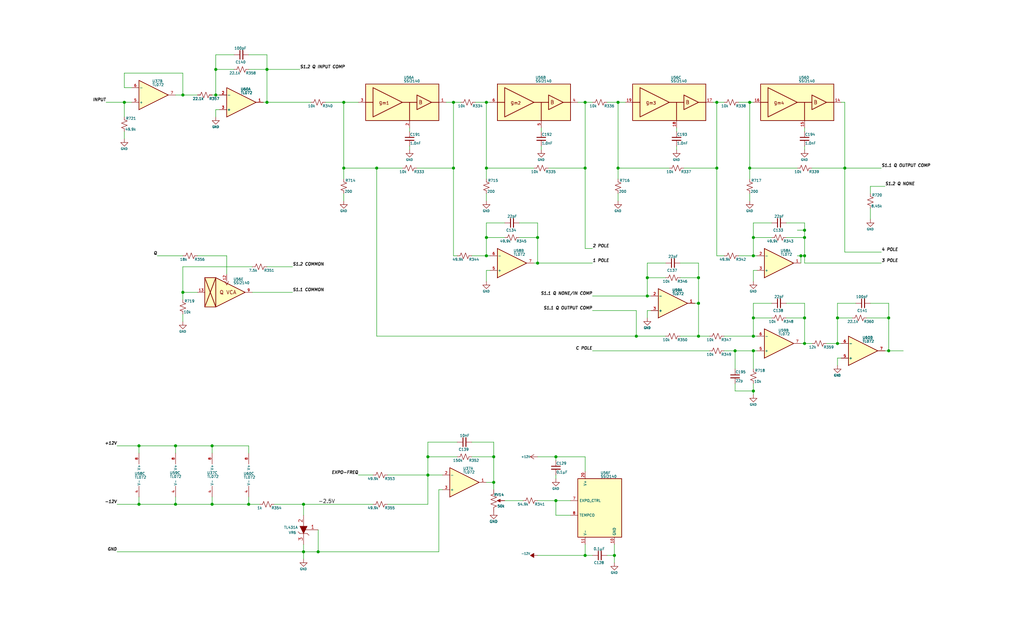
<source format=kicad_sch>
(kicad_sch (version 20250114) (generator "eeschema") (generator_version "9.0")
  (paper "USLegal")
  (title_block (date "2025-11-28"))
  (lib_symbols
    (symbol "Amplifier_Operational:TL072" (pin_names (offset 0.127))
      (property "Reference" "U58" (at 0.508 3.81 0))
      (property "Value" "TL072" (at 0.508 2.54 0))
      (symbol "TL072_1_1"
        (pin input line (at -7.62 2.54 0) (length 2.54) (name "-") (number "2"))
        (pin input line (at -7.62 -2.54 0) (length 2.54) (name "+") (number "3"))
        (pin output line (at 7.62 0 180) (length 2.54) (name "~") (number "1"))
      )
      (symbol "TL072_2_1"
        (pin input line (at -7.62 2.54 0) (length 2.54) (name "-") (number "6"))
        (pin input line (at -7.62 -2.54 0) (length 2.54) (name "+") (number "5"))
        (pin output line (at 7.62 0 180) (length 2.54) (name "~") (number "7"))
      )
      (symbol "TL072_3_1"
        (pin power_in line (at -2.54 7.62 270) (length 3.81) (name "V+") (number "8"))
        (pin power_in line (at -2.54 -7.62 90) (length 3.81) (name "V-") (number "4"))
      )
    )
    (symbol "Device:C_Small" (pin_numbers (hide yes)) (pin_names (offset 0.254) (hide yes))
      (property "Reference" "C" (at 0.254 1.778 0))
      (property "Value" "C_Small" (at 0.254 -2.032 0))
      (symbol "C_Small_1_1"
        (pin passive line (at 0 2.54 270) (length 2.032) (name "~") (number "1"))
        (pin passive line (at 0 -2.54 90) (length 2.032) (name "~") (number "2"))
      )
    )
    (symbol "Device:R_Small_US" (pin_numbers (hide yes)) (pin_names (offset 0.254) (hide yes))
      (property "Reference" "R" (at 0.762 0.508 0))
      (property "Value" "R_Small_US" (at 0.762 -1.016 0))
      (symbol "R_Small_US_1_1"
        (pin passive line (at 0 2.54 270) (length 1.016) (name "~") (number "1"))
        (pin passive line (at 0 -2.54 90) (length 1.016) (name "~") (number "2"))
      )
    )
    (symbol "R_Potentiometer_US_3" (pin_names (offset 1.016) (hide yes))
      (property "Reference" "RV4" (at -1.0668 0.7874 0))
      (property "Value" "5k" (at -1.6256 -0.9906 0))
      (symbol "R_Potentiometer_US_3_1_1"
        (pin passive line (at 0 3.81 270) (length 1.27) (name "1") (number ""))
        (pin passive line (at 0 -3.81 90) (length 1.27) (name "3") (number ""))
        (pin passive line (at 3.81 0 180) (length 1.27) (name "2") (number ""))
      )
    )
    (symbol "SSI2140_1"
      (property "Reference" "U56" (at 0.254 11.684 0))
      (property "Value" "SSI2140" (at 0.254 10.414 0))
      (symbol "SSI2140_1_1_0"
        (text "g_{m1}" (at -6.35 0 0) (effects (font (size 1.27 1.27))))
        (text "B" (at 6.35 0 0) (effects (font (size 1.27 1.27))))
      )
      (symbol "SSI2140_1_1_1"
        (pin input line (at -15.24 0 0) (length 2.54) (name "~") (number "3"))
        (pin passive line (at 2.54 -8.89 90) (length 2.54) (name "~") (number "2"))
        (pin output line (at 15.24 0 180) (length 2.54) (name "~") (number "1"))
      )
      (symbol "SSI2140_1_2_0"
        (text "g_{m2}" (at -6.35 0 0) (effects (font (size 1.27 1.27))))
        (text "B" (at 6.35 0 0) (effects (font (size 1.27 1.27))))
      )
      (symbol "SSI2140_1_2_1"
        (pin input line (at -15.24 0 0) (length 2.54) (name "~") (number "6"))
        (pin passive line (at 2.54 -8.89 90) (length 2.54) (name "~") (number "5"))
        (pin output line (at 15.24 0 180) (length 2.54) (name "~") (number "4"))
      )
      (symbol "SSI2140_1_3_0"
        (text "g_{m3}" (at -6.35 0 0) (effects (font (size 1.27 1.27))))
        (text "B" (at 6.35 0 0) (effects (font (size 1.27 1.27))))
      )
      (symbol "SSI2140_1_3_1"
        (pin input line (at -15.24 0 0) (length 2.54) (name "~") (number "19"))
        (pin passive line (at 2.54 -8.89 90) (length 2.54) (name "~") (number "18"))
        (pin output line (at 15.24 0 180) (length 2.54) (name "~") (number "17"))
      )
      (symbol "SSI2140_1_4_0"
        (text "g_{m4}" (at -6.35 0 0) (effects (font (size 1.27 1.27))))
        (text "B" (at 6.35 0 0) (effects (font (size 1.27 1.27))))
      )
      (symbol "SSI2140_1_4_1"
        (pin input line (at -15.24 0 0) (length 2.54) (name "~") (number "16"))
        (pin passive line (at 2.54 -8.89 90) (length 2.54) (name "~") (number "15"))
        (pin output line (at 15.24 0 180) (length 2.54) (name "~") (number "14"))
      )
      (symbol "SSI2140_1_5_1"
        (text "Q VCA" (at -1.27 0 0) (effects (font (size 1.27 1.27)) (justify left)))
        (pin input line (at -8.89 0 0) (length 2.54) (name "~") (number "13"))
        (pin input clock (at 1.27 6.35 270) (length 2.54) (name "~") (number "12"))
        (pin output line (at 10.16 0 180) (length 2.54) (name "~") (number "9"))
      )
      (symbol "SSI2140_1_6_1"
        (pin input line (at -10.16 2.54 0) (length 2.54) (name "EXPO_CTRL") (number "7"))
        (pin input line (at -10.16 -2.54 0) (length 2.54) (name "TEMPCO") (number "8"))
        (pin power_in line (at -5.08 12.7 270) (length 2.54) (name "V+") (number "20"))
        (pin power_in line (at -5.08 -12.7 90) (length 2.54) (name "V-") (number "11"))
        (pin power_in line (at 5.08 -12.7 90) (length 2.54) (name "GND") (number "10"))
      )
    )
    (symbol "SSI2140_2"
      (property "Reference" "U56" (at 0.254 11.684 0))
      (property "Value" "SSI2140" (at 0.254 10.414 0))
      (symbol "SSI2140_2_1_0"
        (text "g_{m1}" (at -6.35 0 0) (effects (font (size 1.27 1.27))))
        (text "B" (at 6.35 0 0) (effects (font (size 1.27 1.27))))
      )
      (symbol "SSI2140_2_1_1"
        (pin input line (at -15.24 0 0) (length 2.54) (name "~") (number "3"))
        (pin passive line (at 2.54 -8.89 90) (length 2.54) (name "~") (number "2"))
        (pin output line (at 15.24 0 180) (length 2.54) (name "~") (number "1"))
      )
      (symbol "SSI2140_2_2_0"
        (text "g_{m2}" (at -6.35 0 0) (effects (font (size 1.27 1.27))))
        (text "B" (at 6.35 0 0) (effects (font (size 1.27 1.27))))
      )
      (symbol "SSI2140_2_2_1"
        (pin input line (at -15.24 0 0) (length 2.54) (name "~") (number "6"))
        (pin passive line (at 2.54 -8.89 90) (length 2.54) (name "~") (number "5"))
        (pin output line (at 15.24 0 180) (length 2.54) (name "~") (number "4"))
      )
      (symbol "SSI2140_2_3_0"
        (text "g_{m3}" (at -6.35 0 0) (effects (font (size 1.27 1.27))))
        (text "B" (at 6.35 0 0) (effects (font (size 1.27 1.27))))
      )
      (symbol "SSI2140_2_3_1"
        (pin input line (at -15.24 0 0) (length 2.54) (name "~") (number "19"))
        (pin passive line (at 2.54 -8.89 90) (length 2.54) (name "~") (number "18"))
        (pin output line (at 15.24 0 180) (length 2.54) (name "~") (number "17"))
      )
      (symbol "SSI2140_2_4_0"
        (text "g_{m4}" (at -6.35 0 0) (effects (font (size 1.27 1.27))))
        (text "B" (at 6.35 0 0) (effects (font (size 1.27 1.27))))
      )
      (symbol "SSI2140_2_4_1"
        (pin input line (at -15.24 0 0) (length 2.54) (name "~") (number "16"))
        (pin passive line (at 2.54 -8.89 90) (length 2.54) (name "~") (number "15"))
        (pin output line (at 15.24 0 180) (length 2.54) (name "~") (number "14"))
      )
      (symbol "SSI2140_2_5_1"
        (text "Q VCA" (at -1.27 0 0) (effects (font (size 1.27 1.27)) (justify left)))
        (pin input line (at -8.89 0 0) (length 2.54) (name "~") (number "13"))
        (pin input clock (at 1.27 6.35 270) (length 2.54) (name "~") (number "12"))
        (pin output line (at 10.16 0 180) (length 2.54) (name "~") (number "9"))
      )
      (symbol "SSI2140_2_6_1"
        (pin input line (at -10.16 2.54 0) (length 2.54) (name "EXPO_CTRL") (number "7"))
        (pin input line (at -10.16 -2.54 0) (length 2.54) (name "TEMPCO") (number "8"))
        (pin power_in line (at -5.08 12.7 270) (length 2.54) (name "V+") (number "20"))
        (pin power_in line (at -5.08 -12.7 90) (length 2.54) (name "V-") (number "11"))
        (pin power_in line (at 5.08 -12.7 90) (length 2.54) (name "GND") (number "10"))
      )
    )
    (symbol "SSI2140_3"
      (property "Reference" "U56" (at 0.254 11.684 0))
      (property "Value" "SSI2140" (at 0.254 10.414 0))
      (symbol "SSI2140_3_1_0"
        (text "g_{m1}" (at -6.35 0 0) (effects (font (size 1.27 1.27))))
        (text "B" (at 6.35 0 0) (effects (font (size 1.27 1.27))))
      )
      (symbol "SSI2140_3_1_1"
        (pin input line (at -15.24 0 0) (length 2.54) (name "~") (number "3"))
        (pin passive line (at 2.54 -8.89 90) (length 2.54) (name "~") (number "2"))
        (pin output line (at 15.24 0 180) (length 2.54) (name "~") (number "1"))
      )
      (symbol "SSI2140_3_2_0"
        (text "g_{m2}" (at -6.35 0 0) (effects (font (size 1.27 1.27))))
        (text "B" (at 6.35 0 0) (effects (font (size 1.27 1.27))))
      )
      (symbol "SSI2140_3_2_1"
        (pin input line (at -15.24 0 0) (length 2.54) (name "~") (number "6"))
        (pin passive line (at 2.54 -8.89 90) (length 2.54) (name "~") (number "5"))
        (pin output line (at 15.24 0 180) (length 2.54) (name "~") (number "4"))
      )
      (symbol "SSI2140_3_3_0"
        (text "g_{m3}" (at -6.35 0 0) (effects (font (size 1.27 1.27))))
        (text "B" (at 6.35 0 0) (effects (font (size 1.27 1.27))))
      )
      (symbol "SSI2140_3_3_1"
        (pin input line (at -15.24 0 0) (length 2.54) (name "~") (number "19"))
        (pin passive line (at 2.54 -8.89 90) (length 2.54) (name "~") (number "18"))
        (pin output line (at 15.24 0 180) (length 2.54) (name "~") (number "17"))
      )
      (symbol "SSI2140_3_4_0"
        (text "g_{m4}" (at -6.35 0 0) (effects (font (size 1.27 1.27))))
        (text "B" (at 6.35 0 0) (effects (font (size 1.27 1.27))))
      )
      (symbol "SSI2140_3_4_1"
        (pin input line (at -15.24 0 0) (length 2.54) (name "~") (number "16"))
        (pin passive line (at 2.54 -8.89 90) (length 2.54) (name "~") (number "15"))
        (pin output line (at 15.24 0 180) (length 2.54) (name "~") (number "14"))
      )
      (symbol "SSI2140_3_5_1"
        (text "Q VCA" (at -1.27 0 0) (effects (font (size 1.27 1.27)) (justify left)))
        (pin input line (at -8.89 0 0) (length 2.54) (name "~") (number "13"))
        (pin input clock (at 1.27 6.35 270) (length 2.54) (name "~") (number "12"))
        (pin output line (at 10.16 0 180) (length 2.54) (name "~") (number "9"))
      )
      (symbol "SSI2140_3_6_1"
        (pin input line (at -10.16 2.54 0) (length 2.54) (name "EXPO_CTRL") (number "7"))
        (pin input line (at -10.16 -2.54 0) (length 2.54) (name "TEMPCO") (number "8"))
        (pin power_in line (at -5.08 12.7 270) (length 2.54) (name "V+") (number "20"))
        (pin power_in line (at -5.08 -12.7 90) (length 2.54) (name "V-") (number "11"))
        (pin power_in line (at 5.08 -12.7 90) (length 2.54) (name "GND") (number "10"))
      )
    )
    (symbol "SSI2140_4"
      (property "Reference" "U56" (at 0.254 11.684 0))
      (property "Value" "SSI2140" (at 0.254 10.414 0))
      (symbol "SSI2140_4_1_0"
        (text "g_{m1}" (at -6.35 0 0) (effects (font (size 1.27 1.27))))
        (text "B" (at 6.35 0 0) (effects (font (size 1.27 1.27))))
      )
      (symbol "SSI2140_4_1_1"
        (pin input line (at -15.24 0 0) (length 2.54) (name "~") (number "3"))
        (pin passive line (at 2.54 -8.89 90) (length 2.54) (name "~") (number "2"))
        (pin output line (at 15.24 0 180) (length 2.54) (name "~") (number "1"))
      )
      (symbol "SSI2140_4_2_0"
        (text "g_{m2}" (at -6.35 0 0) (effects (font (size 1.27 1.27))))
        (text "B" (at 6.35 0 0) (effects (font (size 1.27 1.27))))
      )
      (symbol "SSI2140_4_2_1"
        (pin input line (at -15.24 0 0) (length 2.54) (name "~") (number "6"))
        (pin passive line (at 2.54 -8.89 90) (length 2.54) (name "~") (number "5"))
        (pin output line (at 15.24 0 180) (length 2.54) (name "~") (number "4"))
      )
      (symbol "SSI2140_4_3_0"
        (text "g_{m3}" (at -6.35 0 0) (effects (font (size 1.27 1.27))))
        (text "B" (at 6.35 0 0) (effects (font (size 1.27 1.27))))
      )
      (symbol "SSI2140_4_3_1"
        (pin input line (at -15.24 0 0) (length 2.54) (name "~") (number "19"))
        (pin passive line (at 2.54 -8.89 90) (length 2.54) (name "~") (number "18"))
        (pin output line (at 15.24 0 180) (length 2.54) (name "~") (number "17"))
      )
      (symbol "SSI2140_4_4_0"
        (text "g_{m4}" (at -6.35 0 0) (effects (font (size 1.27 1.27))))
        (text "B" (at 6.35 0 0) (effects (font (size 1.27 1.27))))
      )
      (symbol "SSI2140_4_4_1"
        (pin input line (at -15.24 0 0) (length 2.54) (name "~") (number "16"))
        (pin passive line (at 2.54 -8.89 90) (length 2.54) (name "~") (number "15"))
        (pin output line (at 15.24 0 180) (length 2.54) (name "~") (number "14"))
      )
      (symbol "SSI2140_4_5_1"
        (text "Q VCA" (at -1.27 0 0) (effects (font (size 1.27 1.27)) (justify left)))
        (pin input line (at -8.89 0 0) (length 2.54) (name "~") (number "13"))
        (pin input clock (at 1.27 6.35 270) (length 2.54) (name "~") (number "12"))
        (pin output line (at 10.16 0 180) (length 2.54) (name "~") (number "9"))
      )
      (symbol "SSI2140_4_6_1"
        (pin input line (at -10.16 2.54 0) (length 2.54) (name "EXPO_CTRL") (number "7"))
        (pin input line (at -10.16 -2.54 0) (length 2.54) (name "TEMPCO") (number "8"))
        (pin power_in line (at -5.08 12.7 270) (length 2.54) (name "V+") (number "20"))
        (pin power_in line (at -5.08 -12.7 90) (length 2.54) (name "V-") (number "11"))
        (pin power_in line (at 5.08 -12.7 90) (length 2.54) (name "GND") (number "10"))
      )
    )
    (symbol "SSI2140_5"
      (property "Reference" "U56" (at 0.254 11.684 0))
      (property "Value" "SSI2140" (at 0.254 10.414 0))
      (symbol "SSI2140_5_1_0"
        (text "g_{m1}" (at -6.35 0 0) (effects (font (size 1.27 1.27))))
        (text "B" (at 6.35 0 0) (effects (font (size 1.27 1.27))))
      )
      (symbol "SSI2140_5_1_1"
        (pin input line (at -15.24 0 0) (length 2.54) (name "~") (number "3"))
        (pin passive line (at 2.54 -8.89 90) (length 2.54) (name "~") (number "2"))
        (pin output line (at 15.24 0 180) (length 2.54) (name "~") (number "1"))
      )
      (symbol "SSI2140_5_2_0"
        (text "g_{m2}" (at -6.35 0 0) (effects (font (size 1.27 1.27))))
        (text "B" (at 6.35 0 0) (effects (font (size 1.27 1.27))))
      )
      (symbol "SSI2140_5_2_1"
        (pin input line (at -15.24 0 0) (length 2.54) (name "~") (number "6"))
        (pin passive line (at 2.54 -8.89 90) (length 2.54) (name "~") (number "5"))
        (pin output line (at 15.24 0 180) (length 2.54) (name "~") (number "4"))
      )
      (symbol "SSI2140_5_3_0"
        (text "g_{m3}" (at -6.35 0 0) (effects (font (size 1.27 1.27))))
        (text "B" (at 6.35 0 0) (effects (font (size 1.27 1.27))))
      )
      (symbol "SSI2140_5_3_1"
        (pin input line (at -15.24 0 0) (length 2.54) (name "~") (number "19"))
        (pin passive line (at 2.54 -8.89 90) (length 2.54) (name "~") (number "18"))
        (pin output line (at 15.24 0 180) (length 2.54) (name "~") (number "17"))
      )
      (symbol "SSI2140_5_4_0"
        (text "g_{m4}" (at -6.35 0 0) (effects (font (size 1.27 1.27))))
        (text "B" (at 6.35 0 0) (effects (font (size 1.27 1.27))))
      )
      (symbol "SSI2140_5_4_1"
        (pin input line (at -15.24 0 0) (length 2.54) (name "~") (number "16"))
        (pin passive line (at 2.54 -8.89 90) (length 2.54) (name "~") (number "15"))
        (pin output line (at 15.24 0 180) (length 2.54) (name "~") (number "14"))
      )
      (symbol "SSI2140_5_5_1"
        (text "Q VCA" (at -1.27 0 0) (effects (font (size 1.27 1.27)) (justify left)))
        (pin input line (at -8.89 0 0) (length 2.54) (name "~") (number "13"))
        (pin input clock (at 1.27 6.35 270) (length 2.54) (name "~") (number "12"))
        (pin output line (at 10.16 0 180) (length 2.54) (name "~") (number "9"))
      )
      (symbol "SSI2140_5_6_1"
        (pin input line (at -10.16 2.54 0) (length 2.54) (name "EXPO_CTRL") (number "7"))
        (pin input line (at -10.16 -2.54 0) (length 2.54) (name "TEMPCO") (number "8"))
        (pin power_in line (at -5.08 12.7 270) (length 2.54) (name "V+") (number "20"))
        (pin power_in line (at -5.08 -12.7 90) (length 2.54) (name "V-") (number "11"))
        (pin power_in line (at 5.08 -12.7 90) (length 2.54) (name "GND") (number "10"))
      )
    )
    (symbol "Sound_Semiconductor:SSI2140"
      (property "Reference" "U56" (at 0.254 11.684 0))
      (property "Value" "SSI2140" (at 0.254 10.414 0))
      (symbol "SSI2140_1_0"
        (text "g_{m1}" (at -6.35 0 0) (effects (font (size 1.27 1.27))))
        (text "B" (at 6.35 0 0) (effects (font (size 1.27 1.27))))
      )
      (symbol "SSI2140_1_1"
        (pin input line (at -15.24 0 0) (length 2.54) (name "~") (number "3"))
        (pin passive line (at 2.54 -8.89 90) (length 2.54) (name "~") (number "2"))
        (pin output line (at 15.24 0 180) (length 2.54) (name "~") (number "1"))
      )
      (symbol "SSI2140_2_0"
        (text "g_{m2}" (at -6.35 0 0) (effects (font (size 1.27 1.27))))
        (text "B" (at 6.35 0 0) (effects (font (size 1.27 1.27))))
      )
      (symbol "SSI2140_2_1"
        (pin input line (at -15.24 0 0) (length 2.54) (name "~") (number "6"))
        (pin passive line (at 2.54 -8.89 90) (length 2.54) (name "~") (number "5"))
        (pin output line (at 15.24 0 180) (length 2.54) (name "~") (number "4"))
      )
      (symbol "SSI2140_3_0"
        (text "g_{m3}" (at -6.35 0 0) (effects (font (size 1.27 1.27))))
        (text "B" (at 6.35 0 0) (effects (font (size 1.27 1.27))))
      )
      (symbol "SSI2140_3_1"
        (pin input line (at -15.24 0 0) (length 2.54) (name "~") (number "19"))
        (pin passive line (at 2.54 -8.89 90) (length 2.54) (name "~") (number "18"))
        (pin output line (at 15.24 0 180) (length 2.54) (name "~") (number "17"))
      )
      (symbol "SSI2140_4_0"
        (text "g_{m4}" (at -6.35 0 0) (effects (font (size 1.27 1.27))))
        (text "B" (at 6.35 0 0) (effects (font (size 1.27 1.27))))
      )
      (symbol "SSI2140_4_1"
        (pin input line (at -15.24 0 0) (length 2.54) (name "~") (number "16"))
        (pin passive line (at 2.54 -8.89 90) (length 2.54) (name "~") (number "15"))
        (pin output line (at 15.24 0 180) (length 2.54) (name "~") (number "14"))
      )
      (symbol "SSI2140_5_1"
        (text "Q VCA" (at -1.27 0 0) (effects (font (size 1.27 1.27)) (justify left)))
        (pin input line (at -8.89 0 0) (length 2.54) (name "~") (number "13"))
        (pin input clock (at 1.27 6.35 270) (length 2.54) (name "~") (number "12"))
        (pin output line (at 10.16 0 180) (length 2.54) (name "~") (number "9"))
      )
      (symbol "SSI2140_6_1"
        (pin input line (at -10.16 2.54 0) (length 2.54) (name "EXPO_CTRL") (number "7"))
        (pin input line (at -10.16 -2.54 0) (length 2.54) (name "TEMPCO") (number "8"))
        (pin power_in line (at -5.08 12.7 270) (length 2.54) (name "V+") (number "20"))
        (pin power_in line (at -5.08 -12.7 90) (length 2.54) (name "V-") (number "11"))
        (pin power_in line (at 5.08 -12.7 90) (length 2.54) (name "GND") (number "10"))
      )
    )
    (symbol "TL072_1" (pin_names (offset 0.127))
      (property "Reference" "U58" (at 0.508 3.81 0))
      (property "Value" "TL072" (at 0.508 2.54 0))
      (symbol "TL072_1_1_1"
        (pin input line (at -7.62 2.54 0) (length 2.54) (name "-") (number "2"))
        (pin input line (at -7.62 -2.54 0) (length 2.54) (name "+") (number "3"))
        (pin output line (at 7.62 0 180) (length 2.54) (name "~") (number "1"))
      )
      (symbol "TL072_1_2_1"
        (pin input line (at -7.62 2.54 0) (length 2.54) (name "-") (number "6"))
        (pin input line (at -7.62 -2.54 0) (length 2.54) (name "+") (number "5"))
        (pin output line (at 7.62 0 180) (length 2.54) (name "~") (number "7"))
      )
      (symbol "TL072_1_3_1"
        (pin power_in line (at -2.54 7.62 270) (length 3.81) (name "V+") (number "8"))
        (pin power_in line (at -2.54 -7.62 90) (length 3.81) (name "V-") (number "4"))
      )
    )
    (symbol "TL072_10" (pin_names (offset 0.127))
      (property "Reference" "U60" (at -0.254 4.064 0))
      (property "Value" "TL072" (at -0.254 2.794 0))
      (symbol "TL072_10_1_1"
        (pin input line (at -7.62 2.54 0) (length 2.54) (name "-") (number "2"))
        (pin input line (at -7.62 -2.54 0) (length 2.54) (name "+") (number "3"))
        (pin output line (at 7.62 0 180) (length 2.54) (name "~") (number "1"))
      )
      (symbol "TL072_10_2_1"
        (pin input line (at -7.62 2.54 0) (length 2.54) (name "-") (number "6"))
        (pin input line (at -7.62 -2.54 0) (length 2.54) (name "+") (number "5"))
        (pin output line (at 7.62 0 180) (length 2.54) (name "~") (number "7"))
      )
      (symbol "TL072_10_3_1"
        (pin power_in line (at -2.54 7.62 270) (length 3.81) (name "V+") (number "8"))
        (pin power_in line (at -2.54 -7.62 90) (length 3.81) (name "V-") (number "4"))
      )
    )
    (symbol "TL072_11" (pin_names (offset 0.127))
      (property "Reference" "U60" (at -0.254 4.064 0))
      (property "Value" "TL072" (at -0.254 2.794 0))
      (symbol "TL072_11_1_1"
        (pin input line (at -7.62 2.54 0) (length 2.54) (name "-") (number "2"))
        (pin input line (at -7.62 -2.54 0) (length 2.54) (name "+") (number "3"))
        (pin output line (at 7.62 0 180) (length 2.54) (name "~") (number "1"))
      )
      (symbol "TL072_11_2_1"
        (pin input line (at -7.62 2.54 0) (length 2.54) (name "-") (number "6"))
        (pin input line (at -7.62 -2.54 0) (length 2.54) (name "+") (number "5"))
        (pin output line (at 7.62 0 180) (length 2.54) (name "~") (number "7"))
      )
      (symbol "TL072_11_3_1"
        (pin power_in line (at -2.54 7.62 270) (length 3.81) (name "V+") (number "8"))
        (pin power_in line (at -2.54 -7.62 90) (length 3.81) (name "V-") (number "4"))
      )
    )
    (symbol "TL072_2" (pin_names (offset 0.127))
      (property "Reference" "U58" (at 0.508 3.81 0))
      (property "Value" "TL072" (at 0.508 2.54 0))
      (symbol "TL072_2_1_1"
        (pin input line (at -7.62 2.54 0) (length 2.54) (name "-") (number "2"))
        (pin input line (at -7.62 -2.54 0) (length 2.54) (name "+") (number "3"))
        (pin output line (at 7.62 0 180) (length 2.54) (name "~") (number "1"))
      )
      (symbol "TL072_2_2_1"
        (pin input line (at -7.62 2.54 0) (length 2.54) (name "-") (number "6"))
        (pin input line (at -7.62 -2.54 0) (length 2.54) (name "+") (number "5"))
        (pin output line (at 7.62 0 180) (length 2.54) (name "~") (number "7"))
      )
      (symbol "TL072_2_3_1"
        (pin power_in line (at -2.54 7.62 270) (length 3.81) (name "V+") (number "8"))
        (pin power_in line (at -2.54 -7.62 90) (length 3.81) (name "V-") (number "4"))
      )
    )
    (symbol "TL072_3" (pin_names (offset 0.127))
      (property "Reference" "U59" (at -0.254 4.064 0))
      (property "Value" "TL072" (at -0.254 2.794 0))
      (symbol "TL072_3_1_1"
        (pin input line (at -7.62 2.54 0) (length 2.54) (name "-") (number "2"))
        (pin input line (at -7.62 -2.54 0) (length 2.54) (name "+") (number "3"))
        (pin output line (at 7.62 0 180) (length 2.54) (name "~") (number "1"))
      )
      (symbol "TL072_3_2_1"
        (pin input line (at -7.62 2.54 0) (length 2.54) (name "-") (number "6"))
        (pin input line (at -7.62 -2.54 0) (length 2.54) (name "+") (number "5"))
        (pin output line (at 7.62 0 180) (length 2.54) (name "~") (number "7"))
      )
      (symbol "TL072_3_3_1"
        (pin power_in line (at -2.54 7.62 270) (length 3.81) (name "V+") (number "8"))
        (pin power_in line (at -2.54 -7.62 90) (length 3.81) (name "V-") (number "4"))
      )
    )
    (symbol "TL072_4" (pin_names (offset 0.127))
      (property "Reference" "U59" (at -0.254 4.064 0))
      (property "Value" "TL072" (at -0.254 2.794 0))
      (symbol "TL072_4_1_1"
        (pin input line (at -7.62 2.54 0) (length 2.54) (name "-") (number "2"))
        (pin input line (at -7.62 -2.54 0) (length 2.54) (name "+") (number "3"))
        (pin output line (at 7.62 0 180) (length 2.54) (name "~") (number "1"))
      )
      (symbol "TL072_4_2_1"
        (pin input line (at -7.62 2.54 0) (length 2.54) (name "-") (number "6"))
        (pin input line (at -7.62 -2.54 0) (length 2.54) (name "+") (number "5"))
        (pin output line (at 7.62 0 180) (length 2.54) (name "~") (number "7"))
      )
      (symbol "TL072_4_3_1"
        (pin power_in line (at -2.54 7.62 270) (length 3.81) (name "V+") (number "8"))
        (pin power_in line (at -2.54 -7.62 90) (length 3.81) (name "V-") (number "4"))
      )
    )
    (symbol "TL072_5" (pin_names (offset 0.127))
      (property "Reference" "U59" (at -0.254 4.064 0))
      (property "Value" "TL072" (at -0.254 2.794 0))
      (symbol "TL072_5_1_1"
        (pin input line (at -7.62 2.54 0) (length 2.54) (name "-") (number "2"))
        (pin input line (at -7.62 -2.54 0) (length 2.54) (name "+") (number "3"))
        (pin output line (at 7.62 0 180) (length 2.54) (name "~") (number "1"))
      )
      (symbol "TL072_5_2_1"
        (pin input line (at -7.62 2.54 0) (length 2.54) (name "-") (number "6"))
        (pin input line (at -7.62 -2.54 0) (length 2.54) (name "+") (number "5"))
        (pin output line (at 7.62 0 180) (length 2.54) (name "~") (number "7"))
      )
      (symbol "TL072_5_3_1"
        (pin power_in line (at -2.54 7.62 270) (length 3.81) (name "V+") (number "8"))
        (pin power_in line (at -2.54 -7.62 90) (length 3.81) (name "V-") (number "4"))
      )
    )
    (symbol "TL072_6" (pin_names (offset 0.127))
      (property "Reference" "U37" (at -0.508 4.318 0))
      (property "Value" "TL072" (at -0.508 3.048 0))
      (symbol "TL072_6_1_1"
        (pin input line (at -7.62 2.54 0) (length 2.54) (name "-") (number "2"))
        (pin input line (at -7.62 -2.54 0) (length 2.54) (name "+") (number "3"))
        (pin output line (at 7.62 0 180) (length 2.54) (name "~") (number "1"))
      )
      (symbol "TL072_6_2_1"
        (pin input line (at -7.62 2.54 0) (length 2.54) (name "-") (number "6"))
        (pin input line (at -7.62 -2.54 0) (length 2.54) (name "+") (number "5"))
        (pin output line (at 7.62 0 180) (length 2.54) (name "~") (number "7"))
      )
      (symbol "TL072_6_3_1"
        (pin power_in line (at -2.54 7.62 270) (length 3.81) (name "V+") (number "8"))
        (pin power_in line (at -2.54 -7.62 90) (length 3.81) (name "V-") (number "4"))
      )
    )
    (symbol "TL072_7" (pin_names (offset 0.127))
      (property "Reference" "U37" (at -0.508 4.318 0))
      (property "Value" "TL072" (at -0.508 3.048 0))
      (symbol "TL072_7_1_1"
        (pin input line (at -7.62 2.54 0) (length 2.54) (name "-") (number "2"))
        (pin input line (at -7.62 -2.54 0) (length 2.54) (name "+") (number "3"))
        (pin output line (at 7.62 0 180) (length 2.54) (name "~") (number "1"))
      )
      (symbol "TL072_7_2_1"
        (pin input line (at -7.62 2.54 0) (length 2.54) (name "-") (number "6"))
        (pin input line (at -7.62 -2.54 0) (length 2.54) (name "+") (number "5"))
        (pin output line (at 7.62 0 180) (length 2.54) (name "~") (number "7"))
      )
      (symbol "TL072_7_3_1"
        (pin power_in line (at -2.54 7.62 270) (length 3.81) (name "V+") (number "8"))
        (pin power_in line (at -2.54 -7.62 90) (length 3.81) (name "V-") (number "4"))
      )
    )
    (symbol "TL072_8" (pin_names (offset 0.127))
      (property "Reference" "U37" (at -0.508 4.318 0))
      (property "Value" "TL072" (at -0.508 3.048 0))
      (symbol "TL072_8_1_1"
        (pin input line (at -7.62 2.54 0) (length 2.54) (name "-") (number "2"))
        (pin input line (at -7.62 -2.54 0) (length 2.54) (name "+") (number "3"))
        (pin output line (at 7.62 0 180) (length 2.54) (name "~") (number "1"))
      )
      (symbol "TL072_8_2_1"
        (pin input line (at -7.62 2.54 0) (length 2.54) (name "-") (number "6"))
        (pin input line (at -7.62 -2.54 0) (length 2.54) (name "+") (number "5"))
        (pin output line (at 7.62 0 180) (length 2.54) (name "~") (number "7"))
      )
      (symbol "TL072_8_3_1"
        (pin power_in line (at -2.54 7.62 270) (length 3.81) (name "V+") (number "8"))
        (pin power_in line (at -2.54 -7.62 90) (length 3.81) (name "V-") (number "4"))
      )
    )
    (symbol "TL072_9" (pin_names (offset 0.127))
      (property "Reference" "U60" (at -0.254 4.064 0))
      (property "Value" "TL072" (at -0.254 2.794 0))
      (symbol "TL072_9_1_1"
        (pin input line (at -7.62 2.54 0) (length 2.54) (name "-") (number "2"))
        (pin input line (at -7.62 -2.54 0) (length 2.54) (name "+") (number "3"))
        (pin output line (at 7.62 0 180) (length 2.54) (name "~") (number "1"))
      )
      (symbol "TL072_9_2_1"
        (pin input line (at -7.62 2.54 0) (length 2.54) (name "-") (number "6"))
        (pin input line (at -7.62 -2.54 0) (length 2.54) (name "+") (number "5"))
        (pin output line (at 7.62 0 180) (length 2.54) (name "~") (number "7"))
      )
      (symbol "TL072_9_3_1"
        (pin power_in line (at -2.54 7.62 270) (length 3.81) (name "V+") (number "8"))
        (pin power_in line (at -2.54 -7.62 90) (length 3.81) (name "V-") (number "4"))
      )
    )
    (symbol "dk_PMIC-Voltage-Reference:TL431CLPM" (pin_names (offset 0) (hide yes))
      (property "Reference" "VR" (at -2.54 3.175 0))
      (property "Value" "TL431CLPM" (at -5.715 0 90))
      (symbol "TL431CLPM_1_1"
        (pin passive line (at 0 5.08 270) (length 3.81) (name "K") (number "3"))
        (pin passive line (at 0 -5.08 90) (length 3.81) (name "A") (number "2"))
        (pin passive line (at 5.08 0 180) (length 3.81) (name "REF") (number "1"))
      )
    )
    (symbol "power:+12V" (power) (pin_names (offset 0))
      (property "Value" "+12V" (at 0 3.556 0))
      (symbol "+12V_1_1"
        (pin power_in line (at 0 0 90) (length 0) (hide yes) (name "+12V") (number "1"))
      )
    )
    (symbol "power:-12V" (power) (pin_names (offset 0))
      (property "Value" "-12V" (at 0 3.81 0))
      (symbol "-12V_0_0"
        (pin power_in line (at 0 0 90) (length 0) (hide yes) (name "-12V") (number "1"))
      )
    )
    (symbol "power:GNDA" (power) (pin_names (offset 0))
      (property "Value" "GNDA" (at 0 -3.81 0))
      (symbol "GNDA_1_1"
        (pin power_in line (at 0 0 270) (length 0) (hide yes) (name "GNDA") (number "1"))
      )
    )
  )
  (junction (at 242.57 105.41))
  (junction (at 261.62 82.55))
  (junction (at 86.36 175.26))
  (junction (at 168.91 88.9))
  (junction (at 157.48 35.56))
  (junction (at 279.4 110.49))
  (junction (at 279.4 80.01))
  (junction (at 260.35 58.42))
  (junction (at 186.69 91.44))
  (junction (at 255.27 121.92))
  (junction (at 60.96 175.26))
  (junction (at 105.41 191.77))
  (junction (at 48.26 154.94))
  (junction (at 279.4 119.38))
  (junction (at 157.48 58.42))
  (junction (at 308.61 121.92))
  (junction (at 203.2 58.42))
  (junction (at 279.4 88.9))
  (junction (at 63.5 33.02))
  (junction (at 242.57 116.84))
  (junction (at 148.59 158.75))
  (junction (at 293.37 58.42))
  (junction (at 213.36 193.04))
  (junction (at 119.38 58.42))
  (junction (at 193.04 173.99))
  (junction (at 105.41 175.26))
  (junction (at 73.66 154.94))
  (junction (at 290.83 110.49))
  (junction (at 186.69 82.55))
  (junction (at 260.35 35.56))
  (junction (at 74.93 33.02))
  (junction (at 278.13 88.9))
  (junction (at 224.79 102.87))
  (junction (at 248.92 35.56))
  (junction (at 43.18 35.56))
  (junction (at 203.2 35.56))
  (junction (at 60.96 154.94))
  (junction (at 290.83 119.38))
  (junction (at 220.98 116.84))
  (junction (at 48.26 175.26))
  (junction (at 73.66 175.26))
  (junction (at 168.91 35.56))
  (junction (at 242.57 96.52))
  (junction (at 148.59 165.1))
  (junction (at 171.45 158.75))
  (junction (at 261.62 88.9))
  (junction (at 110.49 191.77))
  (junction (at 224.79 96.52))
  (junction (at 92.71 35.56))
  (junction (at 308.61 110.49))
  (junction (at 261.62 116.84))
  (junction (at 261.62 135.89))
  (junction (at 63.5 101.6))
  (junction (at 214.63 58.42))
  (junction (at 171.45 167.64))
  (junction (at 168.91 58.42))
  (junction (at 261.62 121.92))
  (junction (at 193.04 158.75))
  (junction (at 279.4 82.55))
  (junction (at 168.91 82.55))
  (junction (at 261.62 110.49))
  (junction (at 74.93 24.13))
  (junction (at 130.81 58.42))
  (junction (at 119.38 35.56))
  (junction (at 248.92 58.42))
  (junction (at 92.71 24.13))
  (junction (at 203.2 193.04))
  (junction (at 214.63 35.56))
  (wire (pts (xy 236.22 116.84) (xy 242.57 116.84)))
  (wire (pts (xy 154.94 35.56) (xy 157.48 35.56)))
  (wire (pts (xy 163.83 88.9) (xy 168.91 88.9)))
  (wire (pts (xy 261.62 93.98) (xy 261.62 97.79)))
  (wire (pts (xy 262.89 93.98) (xy 261.62 93.98)))
  (wire (pts (xy 220.98 116.84) (xy 130.81 116.84)))
  (wire (pts (xy 40.64 154.94) (xy 48.26 154.94)))
  (wire (pts (xy 81.28 19.05) (xy 74.93 19.05)))
  (wire (pts (xy 48.26 172.72) (xy 48.26 175.26)))
  (wire (pts (xy 168.91 35.56) (xy 168.91 58.42)))
  (wire (pts (xy 255.27 133.35) (xy 255.27 135.89)))
  (wire (pts (xy 293.37 87.63) (xy 306.07 87.63)))
  (wire (pts (xy 63.5 92.71) (xy 87.63 92.71)))
  (wire (pts (xy 273.05 77.47) (xy 279.4 77.47)))
  (wire (pts (xy 124.46 165.1) (xy 129.54 165.1)))
  (wire (pts (xy 74.93 38.1) (xy 74.93 40.64)))
  (wire (pts (xy 260.35 67.31) (xy 260.35 69.85)))
  (wire (pts (xy 92.71 35.56) (xy 107.95 35.56)))
  (wire (pts (xy 203.2 86.36) (xy 205.74 86.36)))
  (wire (pts (xy 95.25 175.26) (xy 105.41 175.26)))
  (wire (pts (xy 210.82 193.04) (xy 213.36 193.04)))
  (wire (pts (xy 134.62 175.26) (xy 148.59 175.26)))
  (wire (pts (xy 45.72 30.48) (xy 43.18 30.48)))
  (wire (pts (xy 307.34 121.92) (xy 308.61 121.92)))
  (wire (pts (xy 168.91 35.56) (xy 170.18 35.56)))
  (wire (pts (xy 142.24 44.45) (xy 142.24 45.72)))
  (wire (pts (xy 90.17 175.26) (xy 86.36 175.26)))
  (wire (pts (xy 231.14 91.44) (xy 224.79 91.44)))
  (wire (pts (xy 110.49 191.77) (xy 110.49 184.15)))
  (wire (pts (xy 186.69 158.75) (xy 193.04 158.75)))
  (wire (pts (xy 168.91 67.31) (xy 168.91 69.85)))
  (wire (pts (xy 185.42 58.42) (xy 168.91 58.42)))
  (wire (pts (xy 292.1 124.46) (xy 290.83 124.46)))
  (wire (pts (xy 308.61 110.49) (xy 308.61 121.92)))
  (wire (pts (xy 193.04 165.1) (xy 193.04 166.37)))
  (wire (pts (xy 203.2 35.56) (xy 205.74 35.56)))
  (wire (pts (xy 180.34 82.55) (xy 186.69 82.55)))
  (wire (pts (xy 242.57 91.44) (xy 242.57 96.52)))
  (wire (pts (xy 255.27 121.92) (xy 261.62 121.92)))
  (wire (pts (xy 290.83 110.49) (xy 295.91 110.49)))
  (wire (pts (xy 261.62 121.92) (xy 262.89 121.92)))
  (wire (pts (xy 86.36 172.72) (xy 86.36 175.26)))
  (wire (pts (xy 175.26 77.47) (xy 168.91 77.47)))
  (wire (pts (xy 190.5 58.42) (xy 203.2 58.42)))
  (wire (pts (xy 248.92 35.56) (xy 251.46 35.56)))
  (wire (pts (xy 157.48 58.42) (xy 157.48 88.9)))
  (wire (pts (xy 130.81 58.42) (xy 139.7 58.42)))
  (wire (pts (xy 130.81 58.42) (xy 130.81 116.84)))
  (wire (pts (xy 251.46 88.9) (xy 248.92 88.9)))
  (wire (pts (xy 43.18 35.56) (xy 45.72 35.56)))
  (wire (pts (xy 247.65 35.56) (xy 248.92 35.56)))
  (wire (pts (xy 242.57 105.41) (xy 242.57 116.84)))
  (wire (pts (xy 278.13 88.9) (xy 276.86 88.9)))
  (wire (pts (xy 73.66 154.94) (xy 86.36 154.94)))
  (wire (pts (xy 220.98 116.84) (xy 220.98 107.95)))
  (wire (pts (xy 224.79 102.87) (xy 226.06 102.87)))
  (wire (pts (xy 279.4 77.47) (xy 279.4 80.01)))
  (wire (pts (xy 63.5 25.4) (xy 63.5 33.02)))
  (wire (pts (xy 81.28 24.13) (xy 74.93 24.13)))
  (wire (pts (xy 260.35 35.56) (xy 261.62 35.56)))
  (wire (pts (xy 276.86 58.42) (xy 260.35 58.42)))
  (wire (pts (xy 105.41 191.77) (xy 105.41 194.31)))
  (wire (pts (xy 279.4 50.8) (xy 279.4 52.07)))
  (wire (pts (xy 279.4 44.45) (xy 279.4 45.72)))
  (wire (pts (xy 180.34 77.47) (xy 186.69 77.47)))
  (wire (pts (xy 48.26 157.48) (xy 48.26 154.94)))
  (wire (pts (xy 119.38 58.42) (xy 130.81 58.42)))
  (wire (pts (xy 105.41 175.26) (xy 105.41 179.07)))
  (wire (pts (xy 293.37 58.42) (xy 306.07 58.42)))
  (wire (pts (xy 54.61 88.9) (xy 63.5 88.9)))
  (wire (pts (xy 255.27 128.27) (xy 255.27 121.92)))
  (wire (pts (xy 168.91 167.64) (xy 171.45 167.64)))
  (wire (pts (xy 73.66 172.72) (xy 73.66 175.26)))
  (wire (pts (xy 73.66 175.26) (xy 86.36 175.26)))
  (wire (pts (xy 205.74 121.92) (xy 246.38 121.92)))
  (wire (pts (xy 43.18 35.56) (xy 43.18 40.64)))
  (wire (pts (xy 168.91 82.55) (xy 175.26 82.55)))
  (wire (pts (xy 236.22 91.44) (xy 242.57 91.44)))
  (wire (pts (xy 148.59 165.1) (xy 153.67 165.1)))
  (wire (pts (xy 260.35 58.42) (xy 260.35 62.23)))
  (wire (pts (xy 226.06 107.95) (xy 224.79 107.95)))
  (wire (pts (xy 255.27 135.89) (xy 261.62 135.89)))
  (wire (pts (xy 87.63 101.6) (xy 101.6 101.6)))
  (wire (pts (xy 281.94 58.42) (xy 293.37 58.42)))
  (wire (pts (xy 168.91 82.55) (xy 168.91 88.9)))
  (wire (pts (xy 92.71 35.56) (xy 91.44 35.56)))
  (wire (pts (xy 187.96 44.45) (xy 187.96 45.72)))
  (wire (pts (xy 105.41 191.77) (xy 110.49 191.77)))
  (wire (pts (xy 261.62 121.92) (xy 261.62 128.27)))
  (wire (pts (xy 142.24 50.8) (xy 142.24 52.07)))
  (wire (pts (xy 231.14 96.52) (xy 224.79 96.52)))
  (wire (pts (xy 92.71 24.13) (xy 86.36 24.13)))
  (wire (pts (xy 278.13 88.9) (xy 278.13 91.44)))
  (wire (pts (xy 261.62 110.49) (xy 261.62 116.84)))
  (wire (pts (xy 152.4 191.77) (xy 110.49 191.77)))
  (wire (pts (xy 308.61 105.41) (xy 308.61 110.49)))
  (wire (pts (xy 267.97 77.47) (xy 261.62 77.47)))
  (wire (pts (xy 105.41 191.77) (xy 105.41 189.23)))
  (wire (pts (xy 168.91 58.42) (xy 168.91 62.23)))
  (wire (pts (xy 302.26 72.39) (xy 302.26 76.2)))
  (wire (pts (xy 214.63 35.56) (xy 214.63 58.42)))
  (wire (pts (xy 205.74 107.95) (xy 220.98 107.95)))
  (wire (pts (xy 261.62 88.9) (xy 262.89 88.9)))
  (wire (pts (xy 105.41 191.77) (xy 40.64 191.77)))
  (wire (pts (xy 40.64 175.26) (xy 48.26 175.26)))
  (wire (pts (xy 248.92 35.56) (xy 248.92 58.42)))
  (wire (pts (xy 214.63 35.56) (xy 217.17 35.56)))
  (wire (pts (xy 60.96 175.26) (xy 73.66 175.26)))
  (wire (pts (xy 186.69 193.04) (xy 203.2 193.04)))
  (wire (pts (xy 170.18 93.98) (xy 168.91 93.98)))
  (wire (pts (xy 43.18 25.4) (xy 43.18 30.48)))
  (wire (pts (xy 148.59 165.1) (xy 148.59 175.26)))
  (wire (pts (xy 248.92 58.42) (xy 248.92 88.9)))
  (wire (pts (xy 273.05 110.49) (xy 279.4 110.49)))
  (wire (pts (xy 279.4 82.55) (xy 279.4 88.9)))
  (wire (pts (xy 63.5 101.6) (xy 68.58 101.6)))
  (wire (pts (xy 60.96 33.02) (xy 63.5 33.02)))
  (wire (pts (xy 43.18 45.72) (xy 43.18 48.26)))
  (wire (pts (xy 210.82 35.56) (xy 214.63 35.56)))
  (wire (pts (xy 279.4 91.44) (xy 306.07 91.44)))
  (wire (pts (xy 113.03 35.56) (xy 119.38 35.56)))
  (wire (pts (xy 148.59 158.75) (xy 158.75 158.75)))
  (wire (pts (xy 48.26 154.94) (xy 60.96 154.94)))
  (wire (pts (xy 279.4 88.9) (xy 279.4 91.44)))
  (wire (pts (xy 203.2 158.75) (xy 203.2 163.83)))
  (wire (pts (xy 290.83 124.46) (xy 290.83 127)))
  (wire (pts (xy 168.91 93.98) (xy 168.91 97.79)))
  (wire (pts (xy 302.26 64.77) (xy 302.26 67.31)))
  (wire (pts (xy 198.12 173.99) (xy 193.04 173.99)))
  (wire (pts (xy 213.36 189.23) (xy 213.36 193.04)))
  (wire (pts (xy 119.38 58.42) (xy 119.38 62.23)))
  (wire (pts (xy 86.36 19.05) (xy 92.71 19.05)))
  (wire (pts (xy 36.83 35.56) (xy 43.18 35.56)))
  (wire (pts (xy 171.45 158.75) (xy 171.45 167.64)))
  (wire (pts (xy 158.75 88.9) (xy 157.48 88.9)))
  (wire (pts (xy 186.69 77.47) (xy 186.69 82.55)))
  (wire (pts (xy 246.38 116.84) (xy 242.57 116.84)))
  (wire (pts (xy 261.62 82.55) (xy 261.62 88.9)))
  (wire (pts (xy 148.59 153.67) (xy 148.59 158.75)))
  (wire (pts (xy 234.95 44.45) (xy 234.95 45.72)))
  (wire (pts (xy 187.96 50.8) (xy 187.96 52.07)))
  (wire (pts (xy 63.5 33.02) (xy 68.58 33.02)))
  (wire (pts (xy 186.69 173.99) (xy 193.04 173.99)))
  (wire (pts (xy 279.4 88.9) (xy 278.13 88.9)))
  (wire (pts (xy 260.35 35.56) (xy 260.35 58.42)))
  (wire (pts (xy 261.62 77.47) (xy 261.62 82.55)))
  (wire (pts (xy 293.37 58.42) (xy 293.37 87.63)))
  (wire (pts (xy 134.62 165.1) (xy 148.59 165.1)))
  (wire (pts (xy 261.62 116.84) (xy 262.89 116.84)))
  (wire (pts (xy 297.18 105.41) (xy 290.83 105.41)))
  (wire (pts (xy 186.69 91.44) (xy 205.74 91.44)))
  (wire (pts (xy 185.42 91.44) (xy 186.69 91.44)))
  (wire (pts (xy 63.5 101.6) (xy 63.5 92.71)))
  (wire (pts (xy 214.63 58.42) (xy 232.41 58.42)))
  (wire (pts (xy 60.96 154.94) (xy 60.96 157.48)))
  (wire (pts (xy 171.45 153.67) (xy 171.45 158.75)))
  (wire (pts (xy 279.4 82.55) (xy 279.4 80.01)))
  (wire (pts (xy 168.91 77.47) (xy 168.91 82.55)))
  (wire (pts (xy 153.67 170.18) (xy 152.4 170.18)))
  (wire (pts (xy 213.36 193.04) (xy 213.36 195.58)))
  (wire (pts (xy 293.37 35.56) (xy 293.37 58.42)))
  (wire (pts (xy 63.5 109.22) (xy 63.5 111.76)))
  (wire (pts (xy 279.4 80.01) (xy 276.86 80.01)))
  (wire (pts (xy 203.2 58.42) (xy 203.2 35.56)))
  (wire (pts (xy 241.3 105.41) (xy 242.57 105.41)))
  (wire (pts (xy 171.45 167.64) (xy 171.45 170.18)))
  (wire (pts (xy 290.83 105.41) (xy 290.83 110.49)))
  (wire (pts (xy 152.4 170.18) (xy 152.4 191.77)))
  (wire (pts (xy 170.18 88.9) (xy 168.91 88.9)))
  (wire (pts (xy 193.04 158.75) (xy 203.2 158.75)))
  (wire (pts (xy 193.04 158.75) (xy 193.04 160.02)))
  (wire (pts (xy 119.38 67.31) (xy 119.38 69.85)))
  (wire (pts (xy 157.48 35.56) (xy 157.48 58.42)))
  (wire (pts (xy 92.71 24.13) (xy 104.14 24.13)))
  (wire (pts (xy 157.48 35.56) (xy 160.02 35.56)))
  (wire (pts (xy 105.41 175.26) (xy 129.54 175.26)))
  (wire (pts (xy 251.46 121.92) (xy 255.27 121.92)))
  (wire (pts (xy 163.83 158.75) (xy 171.45 158.75)))
  (wire (pts (xy 205.74 102.87) (xy 224.79 102.87)))
  (wire (pts (xy 224.79 91.44) (xy 224.79 96.52)))
  (wire (pts (xy 279.4 105.41) (xy 279.4 110.49)))
  (wire (pts (xy 237.49 58.42) (xy 248.92 58.42)))
  (wire (pts (xy 290.83 110.49) (xy 290.83 119.38)))
  (wire (pts (xy 273.05 105.41) (xy 279.4 105.41)))
  (wire (pts (xy 242.57 96.52) (xy 242.57 105.41)))
  (wire (pts (xy 73.66 33.02) (xy 74.93 33.02)))
  (wire (pts (xy 92.71 19.05) (xy 92.71 24.13)))
  (wire (pts (xy 203.2 58.42) (xy 203.2 86.36)))
  (wire (pts (xy 290.83 119.38) (xy 292.1 119.38)))
  (wire (pts (xy 163.83 153.67) (xy 171.45 153.67)))
  (wire (pts (xy 302.26 105.41) (xy 308.61 105.41)))
  (wire (pts (xy 60.96 172.72) (xy 60.96 175.26)))
  (wire (pts (xy 224.79 96.52) (xy 224.79 102.87)))
  (wire (pts (xy 267.97 110.49) (xy 261.62 110.49)))
  (wire (pts (xy 68.58 88.9) (xy 78.74 88.9)))
  (wire (pts (xy 279.4 119.38) (xy 281.94 119.38)))
  (wire (pts (xy 119.38 35.56) (xy 119.38 58.42)))
  (wire (pts (xy 251.46 116.84) (xy 261.62 116.84)))
  (wire (pts (xy 261.62 133.35) (xy 261.62 135.89)))
  (wire (pts (xy 76.2 38.1) (xy 74.93 38.1)))
  (wire (pts (xy 43.18 25.4) (xy 63.5 25.4)))
  (wire (pts (xy 261.62 135.89) (xy 261.62 137.16)))
  (wire (pts (xy 148.59 158.75) (xy 148.59 165.1)))
  (wire (pts (xy 261.62 105.41) (xy 261.62 110.49)))
  (wire (pts (xy 231.14 116.84) (xy 220.98 116.84)))
  (wire (pts (xy 60.96 154.94) (xy 73.66 154.94)))
  (wire (pts (xy 48.26 175.26) (xy 60.96 175.26)))
  (wire (pts (xy 78.74 95.25) (xy 78.74 88.9)))
  (wire (pts (xy 236.22 96.52) (xy 242.57 96.52)))
  (wire (pts (xy 307.34 64.77) (xy 302.26 64.77)))
  (wire (pts (xy 203.2 189.23) (xy 203.2 193.04)))
  (wire (pts (xy 279.4 110.49) (xy 279.4 119.38)))
  (wire (pts (xy 193.04 179.07) (xy 198.12 179.07)))
  (wire (pts (xy 144.78 58.42) (xy 157.48 58.42)))
  (wire (pts (xy 273.05 82.55) (xy 279.4 82.55)))
  (wire (pts (xy 119.38 35.56) (xy 124.46 35.56)))
  (wire (pts (xy 267.97 82.55) (xy 261.62 82.55)))
  (wire (pts (xy 203.2 193.04) (xy 205.74 193.04)))
  (wire (pts (xy 292.1 35.56) (xy 293.37 35.56)))
  (wire (pts (xy 186.69 82.55) (xy 186.69 91.44)))
  (wire (pts (xy 92.71 24.13) (xy 92.71 35.56)))
  (wire (pts (xy 287.02 119.38) (xy 290.83 119.38)))
  (wire (pts (xy 308.61 121.92) (xy 313.69 121.92)))
  (wire (pts (xy 256.54 88.9) (xy 261.62 88.9)))
  (wire (pts (xy 224.79 107.95) (xy 224.79 110.49)))
  (wire (pts (xy 175.26 173.99) (xy 181.61 173.99)))
  (wire (pts (xy 74.93 24.13) (xy 74.93 33.02)))
  (wire (pts (xy 86.36 154.94) (xy 86.36 157.48)))
  (wire (pts (xy 203.2 35.56) (xy 200.66 35.56)))
  (wire (pts (xy 214.63 67.31) (xy 214.63 69.85)))
  (wire (pts (xy 165.1 35.56) (xy 168.91 35.56)))
  (wire (pts (xy 278.13 119.38) (xy 279.4 119.38)))
  (wire (pts (xy 234.95 50.8) (xy 234.95 52.07)))
  (wire (pts (xy 214.63 58.42) (xy 214.63 62.23)))
  (wire (pts (xy 92.71 92.71) (xy 101.6 92.71)))
  (wire (pts (xy 158.75 153.67) (xy 148.59 153.67)))
  (wire (pts (xy 300.99 110.49) (xy 308.61 110.49)))
  (wire (pts (xy 193.04 173.99) (xy 193.04 179.07)))
  (wire (pts (xy 256.54 35.56) (xy 260.35 35.56)))
  (wire (pts (xy 63.5 104.14) (xy 63.5 101.6)))
  (wire (pts (xy 73.66 157.48) (xy 73.66 154.94)))
  (wire (pts (xy 74.93 33.02) (xy 76.2 33.02)))
  (wire (pts (xy 74.93 19.05) (xy 74.93 24.13)))
  (wire (pts (xy 267.97 105.41) (xy 261.62 105.41)))
  (label "S1.2 COMMON" (at 101.6 92.71 0) (effects (font (size 1.016 1.016) (thickness 0.2032) (bold yes) (italic yes))))
  (label "S1.2 Q INPUT COMP" (at 104.14 24.13 0) (effects (font (size 1.016 1.016) (thickness 0.2032) (bold yes) (italic yes))))
  (label "GND" (at 40.64 191.77 180) (effects (font (size 1.016 1.016) (thickness 0.2032) (bold yes) (italic yes))))
  (label "+12V" (at 40.64 154.94 180) (effects (font (size 1.016 1.016) (thickness 0.2032) (bold yes) (italic yes))))
  (label "Q" (at 54.61 88.9 180) (effects (font (size 1.016 1.016) (thickness 0.2032) (bold yes) (italic yes))))
  (label "C POLE" (at 205.74 121.92 180) (effects (font (size 1.016 1.016) (thickness 0.2032) (bold yes) (italic yes))))
  (label "EXPO-FREQ" (at 124.46 165.1 180) (effects (font (size 1.016 1.016) (thickness 0.2032) (bold yes) (italic yes))))
  (label "1 POLE" (at 205.74 91.44 0) (effects (font (size 1.016 1.016) (thickness 0.2032) (bold yes) (italic yes))))
  (label "2 POLE" (at 205.74 86.36 0) (effects (font (size 1.016 1.016) (thickness 0.2032) (bold yes) (italic yes))))
  (label "4 POLE" (at 306.07 87.63 0) (effects (font (size 1.016 1.016) (thickness 0.2032) (bold yes) (italic yes))))
  (label "S1.1 COMMON" (at 101.6 101.6 0) (effects (font (size 1.016 1.016) (thickness 0.2032) (bold yes) (italic yes))))
  (label "-2.5V" (at 110.49 175.26 0))
  (label "S1.1 Q NONE{slash}IN COMP" (at 205.74 102.87 180) (effects (font (size 1.016 1.016) (thickness 0.2032) (bold yes) (italic yes))))
  (label "INPUT" (at 36.83 35.56 180) (effects (font (size 1.016 1.016) (thickness 0.2032) (bold yes) (italic yes))))
  (label "-12V" (at 40.64 175.26 180) (effects (font (size 1.016 1.016) (thickness 0.2032) (bold yes) (italic yes))))
  (label "S1.2 Q NONE" (at 307.34 64.77 0) (effects (font (size 1.016 1.016) (thickness 0.2032) (bold yes) (italic yes))))
  (label "3 POLE" (at 306.07 91.44 0) (effects (font (size 1.016 1.016) (thickness 0.2032) (bold yes) (italic yes))))
  (label "S1.1 Q OUTPUT COMP" (at 205.74 107.95 180) (effects (font (size 1.016 1.016) (thickness 0.2032) (bold yes) (italic yes))))
  (label "S1.1 Q OUTPUT COMP" (at 306.07 58.42 0) (effects (font (size 1.016 1.016) (thickness 0.2032) (bold yes) (italic yes))))
  (symbol (lib_id "Device:C_Small") (at 234.95 48.26 0) (unit 1)
    (property "Reference" "C193" (at 235.077 46.736 0) (effects (font (size 0.889 0.889)) (justify left)))
    (property "Value" "1.0nF" (at 235.077 49.784 0) (effects (font (size 0.889 0.889)) (justify left)))
  )
  (symbol (lib_name "TL072_7") (lib_id "Amplifier_Operational:TL072") (at 53.34 33.02 0) (unit 2)
    (property "Reference" "U37" (at 52.832 28.702 0) (effects (font (size 0.889 0.889)) (justify left bottom)))
    (property "Value" "TL072" (at 52.832 29.972 0) (effects (font (size 0.889 0.889)) (justify left bottom)))
  )
  (symbol (lib_id "power:GNDA") (at 261.62 137.16 0) (unit 1)
    (property "Reference" "#PWR0116" (effects (hide yes)))
    (property "Value" "GND" (at 261.5692 140.6144 0) (effects (font (size 0.762 0.762))))
  )
  (symbol (lib_id "power:GNDA") (at 168.91 69.85 0) (unit 1)
    (property "Reference" "#PWR0104" (effects (hide yes)))
    (property "Value" "GND" (at 168.8592 73.3044 0) (effects (font (size 0.762 0.762))))
  )
  (symbol (lib_id "Device:C_Small") (at 193.04 162.56 0) (unit 1)
    (property "Reference" "C129" (at 193.167 161.036 0) (effects (font (size 0.889 0.889)) (justify left)))
    (property "Value" "0.1µF" (at 193.167 164.084 0) (effects (font (size 0.889 0.889)) (justify left)))
  )
  (symbol (lib_name "SSI2140_1") (lib_id "Sound_Semiconductor:SSI2140") (at 232.41 35.56 0) (unit 3)
    (property "Reference" "U56" (at 232.918 27.432 0) (effects (font (size 0.889 0.889)) (justify left bottom)))
    (property "Value" "SSI2140" (at 232.918 28.702 0) (effects (font (size 0.889 0.889)) (justify left bottom)))
  )
  (symbol (lib_id "Device:R_Small_US") (at 270.51 110.49 90) (unit 1)
    (property "Reference" "R348" (at 273.812 111.76 90) (effects (font (size 0.889 0.889))))
    (property "Value" "10k" (at 268.224 111.76 90) (effects (font (size 0.889 0.889))))
  )
  (symbol (lib_id "power:GNDA") (at 43.18 48.26 0) (unit 1)
    (property "Reference" "#PWR0121" (effects (hide yes)))
    (property "Value" "GND" (at 43.1292 51.7144 0) (effects (font (size 0.762 0.762))))
  )
  (symbol (lib_name "SSI2140_5") (lib_id "Sound_Semiconductor:SSI2140") (at 208.28 176.53 0) (unit 6)
    (property "Reference" "U56" (at 208.534 164.846 0) (effects (font (size 0.889 0.889)) (justify left bottom)))
    (property "Value" "SSI2140" (at 208.534 166.116 0) (effects (font (size 0.889 0.889)) (justify left bottom)))
  )
  (symbol (lib_id "Sound_Semiconductor:SSI2140") (at 276.86 35.56 0) (unit 4)
    (property "Reference" "U56" (at 277.368 27.432 0) (effects (font (size 0.889 0.889)) (justify left bottom)))
    (property "Value" "SSI2140" (at 277.368 28.702 0) (effects (font (size 0.889 0.889)) (justify left bottom)))
  )
  (symbol (lib_id "Device:R_Small_US") (at 132.08 175.26 90) (unit 1)
    (property "Reference" "R355" (at 135.382 176.53 90) (effects (font (size 0.889 0.889))))
    (property "Value" "49.9k" (at 129.54 176.53 90) (effects (font (size 0.889 0.889))))
  )
  (symbol (lib_id "power:GNDA") (at 63.5 111.76 0) (unit 1)
    (property "Reference" "#PWR0118" (effects (hide yes)))
    (property "Value" "GND" (at 63.4492 115.2144 0) (effects (font (size 0.762 0.762))))
  )
  (symbol (lib_id "power:GNDA") (at 168.91 97.79 0) (unit 1)
    (property "Reference" "#PWR0113" (effects (hide yes)))
    (property "Value" "GND" (at 168.8592 101.2444 0) (effects (font (size 0.762 0.762))))
  )
  (symbol (lib_name "TL072_3") (lib_id "Amplifier_Operational:TL072") (at 63.5 165.1 0) (unit 3)
    (property "Reference" "U59" (at 58.928 164.846 0) (effects (font (size 0.889 0.889)) (justify left bottom)))
    (property "Value" "TL072" (at 58.928 166.116 0) (effects (font (size 0.889 0.889)) (justify left bottom)))
  )
  (symbol (lib_id "power:GNDA") (at 105.41 194.31 0) (unit 1)
    (property "Reference" "#PWR0114" (effects (hide yes)))
    (property "Value" "GND" (at 105.3592 197.7644 0) (effects (font (size 0.762 0.762))))
  )
  (symbol (lib_id "Device:R_Small_US") (at 90.17 92.71 90) (unit 1)
    (property "Reference" "R351" (at 93.472 93.98 90) (effects (font (size 0.889 0.889))))
    (property "Value" "7.5k" (at 87.884 93.98 90) (effects (font (size 0.889 0.889))))
  )
  (symbol (lib_id "power:GNDA") (at 171.45 177.8 0) (unit 1)
    (property "Reference" "#PWR0111" (effects (hide yes)))
    (property "Value" "GND" (at 171.3992 181.2544 0) (effects (font (size 0.889 0.889))))
  )
  (symbol (lib_id "Device:R_Small_US") (at 298.45 110.49 90) (unit 1)
    (property "Reference" "R360" (at 301.752 111.76 90) (effects (font (size 0.889 0.889))))
    (property "Value" "22.1k" (at 296.164 111.76 90) (effects (font (size 0.889 0.889))))
  )
  (symbol (lib_id "Device:R_Small_US") (at 254 88.9 90) (unit 1)
    (property "Reference" "R342" (at 257.302 90.17 90) (effects (font (size 0.889 0.889))))
    (property "Value" "49.9k" (at 251.714 90.17 90) (effects (font (size 0.889 0.889))))
  )
  (symbol (lib_id "Device:R_Small_US") (at 71.12 33.02 90) (unit 1)
    (property "Reference" "R357" (at 74.422 34.29 90) (effects (font (size 0.889 0.889))))
    (property "Value" "22.1k" (at 68.834 34.29 90) (effects (font (size 0.889 0.889))))
  )
  (symbol (lib_id "power:GNDA") (at 302.26 76.2 0) (unit 1)
    (property "Reference" "#PWR0119" (effects (hide yes)))
    (property "Value" "GND" (at 302.2092 79.6544 0) (effects (font (size 0.762 0.762))))
  )
  (symbol (lib_id "Device:R_Small_US") (at 110.49 35.56 90) (unit 1)
    (property "Reference" "R340" (at 113.792 36.83 90) (effects (font (size 0.889 0.889))))
    (property "Value" "10k" (at 108.204 36.83 90) (effects (font (size 0.889 0.889))))
  )
  (symbol (lib_id "power:GNDA") (at 260.35 69.85 0) (unit 1)
    (property "Reference" "#PWR0106" (effects (hide yes)))
    (property "Value" "GND" (at 260.2992 73.3044 0) (effects (font (size 0.762 0.762))))
  )
  (symbol (lib_id "power:GNDA") (at 213.36 195.58 0) (unit 1)
    (property "Reference" "#PWR0107" (effects (hide yes)))
    (property "Value" "GND" (at 213.3092 199.0344 0) (effects (font (size 0.762 0.762))))
  )
  (symbol (lib_id "Device:C_Small") (at 177.8 77.47 90) (unit 1)
    (property "Reference" "C134" (at 179.324 80.01 90) (effects (font (size 0.889 0.889)) (justify left)))
    (property "Value" "22pF" (at 179.578 75.184 90) (effects (font (size 0.889 0.889)) (justify left)))
  )
  (symbol (lib_id "Device:R_Small_US") (at 63.5 106.68 0) (unit 1)
    (property "Reference" "R719" (at 64.008 104.648 0) (effects (font (size 0.889 0.889)) (justify left)))
    (property "Value" "10k" (at 63.754 108.458 0) (effects (font (size 0.889 0.889)) (justify left)))
  )
  (symbol (lib_id "Device:R_Small_US") (at 168.91 64.77 0) (unit 1)
    (property "Reference" "R715" (at 169.418 62.738 0) (effects (font (size 0.889 0.889)) (justify left)))
    (property "Value" "200" (at 169.164 66.548 0) (effects (font (size 0.889 0.889)) (justify left)))
  )
  (symbol (lib_id "Device:R_Small_US") (at 254 35.56 90) (unit 1)
    (property "Reference" "R338" (at 257.302 36.83 90) (effects (font (size 0.889 0.889))))
    (property "Value" "10k" (at 251.714 36.83 90) (effects (font (size 0.889 0.889))))
  )
  (symbol (lib_id "Device:R_Small_US") (at 66.04 88.9 90) (unit 1)
    (property "Reference" "R356" (at 69.342 90.17 90) (effects (font (size 0.889 0.889))))
    (property "Value" "18k" (at 63.754 90.17 90) (effects (font (size 0.889 0.889))))
  )
  (symbol (lib_name "SSI2140_2") (lib_id "Sound_Semiconductor:SSI2140") (at 185.42 35.56 0) (unit 2)
    (property "Reference" "U56" (at 185.928 27.432 0) (effects (font (size 0.889 0.889)) (justify left bottom)))
    (property "Value" "SSI2140" (at 185.928 28.702 0) (effects (font (size 0.889 0.889)) (justify left bottom)))
  )
  (symbol (lib_id "Device:R_Small_US") (at 279.4 58.42 90) (unit 1)
    (property "Reference" "R339" (at 282.702 59.69 90) (effects (font (size 0.889 0.889))))
    (property "Value" "10k" (at 277.114 59.69 90) (effects (font (size 0.889 0.889))))
  )
  (symbol (lib_id "power:GNDA") (at 290.83 127 0) (unit 1)
    (property "Reference" "#PWR0123" (effects (hide yes)))
    (property "Value" "GND" (at 290.7792 130.4544 0) (effects (font (size 0.762 0.762))))
  )
  (symbol (lib_name "TL072_11") (lib_id "Amplifier_Operational:TL072") (at 299.72 121.92 0) (unit 2)
    (property "Reference" "U60" (at 299.466 117.856 0) (effects (font (size 0.889 0.889)) (justify left bottom)))
    (property "Value" "TL072" (at 299.466 119.126 0) (effects (font (size 0.889 0.889)) (justify left bottom)))
  )
  (symbol (lib_id "Device:R_Small_US") (at 132.08 165.1 90) (unit 1)
    (property "Reference" "R353" (at 135.382 166.37 90) (effects (font (size 0.889 0.889))))
    (property "Value" "49.9k" (at 129.54 166.37 90) (effects (font (size 0.889 0.889))))
  )
  (symbol (lib_id "power:GNDA") (at 119.38 69.85 0) (unit 1)
    (property "Reference" "#PWR0103" (effects (hide yes)))
    (property "Value" "GND" (at 119.3292 73.3044 0) (effects (font (size 0.762 0.762))))
  )
  (symbol (lib_id "Device:C_Small") (at 270.51 77.47 90) (unit 1)
    (property "Reference" "C133" (at 272.034 80.01 90) (effects (font (size 0.889 0.889)) (justify left)))
    (property "Value" "22pF" (at 272.288 75.184 90) (effects (font (size 0.889 0.889)) (justify left)))
  )
  (symbol (lib_id "Device:C_Small") (at 279.4 48.26 0) (unit 1)
    (property "Reference" "C194" (at 279.527 46.736 0) (effects (font (size 0.889 0.889)) (justify left)))
    (property "Value" "1.0nF" (at 279.527 49.784 0) (effects (font (size 0.889 0.889)) (justify left)))
  )
  (symbol (lib_id "Device:C_Small") (at 299.72 105.41 90) (unit 1)
    (property "Reference" "C141" (at 301.244 107.95 90) (effects (font (size 0.889 0.889)) (justify left)))
    (property "Value" "100pF" (at 301.498 103.124 90) (effects (font (size 0.889 0.889)) (justify left)))
  )
  (symbol (lib_id "Device:R_Small_US") (at 83.82 24.13 90) (unit 1)
    (property "Reference" "R358" (at 87.122 25.4 90) (effects (font (size 0.889 0.889))))
    (property "Value" "22.1k" (at 81.534 25.4 90) (effects (font (size 0.889 0.889))))
  )
  (symbol (lib_id "Device:R_Small_US") (at 261.62 130.81 0) (unit 1)
    (property "Reference" "R718" (at 262.128 128.778 0) (effects (font (size 0.889 0.889)) (justify left)))
    (property "Value" "10k" (at 261.874 132.588 0) (effects (font (size 0.889 0.889)) (justify left)))
  )
  (symbol (lib_id "Device:R_Small_US") (at 208.28 35.56 90) (unit 1)
    (property "Reference" "R336" (at 211.582 36.83 90) (effects (font (size 0.889 0.889))))
    (property "Value" "10k" (at 205.994 36.83 90) (effects (font (size 0.889 0.889))))
  )
  (symbol (lib_id "Device:R_Small_US") (at 161.29 158.75 90) (unit 1)
    (property "Reference" "R352" (at 164.592 160.02 90) (effects (font (size 0.889 0.889))))
    (property "Value" "150k" (at 159.004 160.02 90) (effects (font (size 0.889 0.889))))
  )
  (symbol (lib_name "TL072_6") (lib_id "Amplifier_Operational:TL072") (at 76.2 165.1 0) (unit 3)
    (property "Reference" "U37" (at 71.882 164.846 0) (effects (font (size 0.889 0.889)) (justify left bottom)))
    (property "Value" "TL072" (at 71.882 166.116 0) (effects (font (size 0.889 0.889)) (justify left bottom)))
  )
  (symbol (lib_id "power:GNDA") (at 187.96 52.07 0) (unit 1)
    (property "Reference" "#PWR0100" (effects (hide yes)))
    (property "Value" "GND" (at 187.9092 55.5244 0) (effects (font (size 0.762 0.762))))
  )
  (symbol (lib_id "Device:C_Small") (at 187.96 48.26 0) (unit 1)
    (property "Reference" "C192" (at 188.087 46.736 0) (effects (font (size 0.889 0.889)) (justify left)))
    (property "Value" "1.0nF" (at 188.087 49.784 0) (effects (font (size 0.889 0.889)) (justify left)))
  )
  (symbol (lib_name "SSI2140_4") (lib_id "Sound_Semiconductor:SSI2140") (at 77.47 101.6 0) (unit 5)
    (property "Reference" "U56" (at 81.026 97.536 0) (effects (font (size 0.889 0.889)) (justify left bottom)))
    (property "Value" "SSI2140" (at 81.026 98.806 0) (effects (font (size 0.889 0.889)) (justify left bottom)))
  )
  (symbol (lib_id "Device:R_Small_US") (at 184.15 173.99 90) (unit 1)
    (property "Reference" "R341" (at 187.452 175.26 90) (effects (font (size 0.889 0.889))))
    (property "Value" "54.9k" (at 181.61 175.26 90) (effects (font (size 0.889 0.889))))
  )
  (symbol (lib_name "TL072_5") (lib_id "Amplifier_Operational:TL072") (at 233.68 105.41 0) (unit 1)
    (property "Reference" "U59" (at 233.426 101.346 0) (effects (font (size 0.889 0.889)) (justify left bottom)))
    (property "Value" "TL072" (at 233.426 102.616 0) (effects (font (size 0.889 0.889)) (justify left bottom)))
  )
  (symbol (lib_id "Device:R_Small_US") (at 214.63 64.77 0) (unit 1)
    (property "Reference" "R716" (at 215.138 62.738 0) (effects (font (size 0.889 0.889)) (justify left)))
    (property "Value" "200" (at 214.884 66.548 0) (effects (font (size 0.889 0.889)) (justify left)))
  )
  (symbol (lib_id "Device:C_Small") (at 255.27 130.81 0) (unit 1)
    (property "Reference" "C195" (at 255.397 129.286 0) (effects (font (size 0.889 0.889)) (justify left)))
    (property "Value" "22p" (at 255.397 132.334 0) (effects (font (size 0.889 0.889)) (justify left)))
  )
  (symbol (lib_id "Device:R_Small_US") (at 43.18 43.18 0) (unit 1)
    (property "Reference" "R721" (at 43.688 41.148 0) (effects (font (size 0.889 0.889)) (justify left)))
    (property "Value" "49.9k" (at 43.434 44.958 0) (effects (font (size 0.889 0.889)) (justify left)))
  )
  (symbol (lib_id "power:+12V") (at 186.69 158.75 90) (unit 1)
    (property "Reference" "#PWR0109" (effects (hide yes)))
    (property "Value" "+12V" (at 184.15 158.75 90) (effects (font (size 0.762 0.762)) (justify left)))
  )
  (symbol (lib_id "Device:R_Small_US") (at 270.51 82.55 90) (unit 1)
    (property "Reference" "R343" (at 273.812 83.82 90) (effects (font (size 0.889 0.889))))
    (property "Value" "49.9k" (at 268.224 83.82 90) (effects (font (size 0.889 0.889))))
  )
  (symbol (lib_id "Amplifier_Operational:TL072") (at 50.8 165.1 0) (unit 3)
    (property "Reference" "U58" (at 46.736 165.1 0) (effects (font (size 0.889 0.889)) (justify left bottom)))
    (property "Value" "TL072" (at 46.736 166.37 0) (effects (font (size 0.889 0.889)) (justify left bottom)))
  )
  (symbol (lib_id "dk_PMIC-Voltage-Reference:TL431CLPM") (at 105.41 184.15 0) (mirror x) (unit 1)
    (property "Reference" "VR6" (at 102.87 185.1026 0) (effects (font (size 0.889 0.889)) (justify right)))
    (property "Value" "TL431A" (at 103.4288 183.3118 0) (effects (font (size 0.889 0.889)) (justify right)))
    (property "Footprint" "digikey-footprints:TO-92-3_Formed_Leads" (effects (hide yes)))
    (property "Datasheet" "http://www.ti.com/general/docs/suppproductinfo.tsp?distId=10&gotoUrl=http%3A%2F%2Fwww.ti.com%2Flit%2Fgpn%2Ftl431" (effects (hide yes)))
    (property "Description" "IC VREF SHUNT ADJ TO92-3" (effects (hide yes)))
    (property "Digi-Key_PN" "296-26717-1-ND" (effects (hide yes)))
    (property "MPN" "TL431CLPM" (effects (hide yes)))
    (property "Category" "Integrated Circuits (ICs)" (effects (hide yes)))
    (property "Family" "PMIC - Voltage Reference" (effects (hide yes)))
    (property "DK_Datasheet_Link" "http://www.ti.com/general/docs/suppproductinfo.tsp?distId=10&gotoUrl=http%3A%2F%2Fwww.ti.com%2Flit%2Fgpn%2Ftl431" (effects (hide yes)))
    (property "DK_Detail_Page" "/product-detail/en/texas-instruments/TL431CLPM/296-26717-1-ND/2256072" (effects (hide yes)))
    (property "Manufacturer" "Texas Instruments" (effects (hide yes)))
    (property "Status" "Active" (effects (hide yes)))
  )
  (symbol (lib_id "Device:R_Small_US") (at 233.68 96.52 90) (unit 1)
    (property "Reference" "R346" (at 236.982 97.79 90) (effects (font (size 0.889 0.889))))
    (property "Value" "10k" (at 231.394 97.79 90) (effects (font (size 0.889 0.889))))
  )
  (symbol (lib_id "power:GNDA") (at 279.4 52.07 0) (unit 1)
    (property "Reference" "#PWR0102" (effects (hide yes)))
    (property "Value" "GND" (at 279.3492 55.5244 0) (effects (font (size 0.762 0.762))))
  )
  (symbol (lib_id "Device:C_Small") (at 161.29 153.67 90) (unit 1)
    (property "Reference" "C139" (at 162.814 156.21 90) (effects (font (size 0.889 0.889)) (justify left)))
    (property "Value" "10nF" (at 163.068 151.384 90) (effects (font (size 0.889 0.889)) (justify left)))
  )
  (symbol (lib_id "Device:C_Small") (at 233.68 91.44 90) (unit 1)
    (property "Reference" "C137" (at 235.204 93.98 90) (effects (font (size 0.889 0.889)) (justify left)))
    (property "Value" "22pF" (at 235.458 89.154 90) (effects (font (size 0.889 0.889)) (justify left)))
  )
  (symbol (lib_id "Device:R_Small_US") (at 187.96 58.42 90) (unit 1)
    (property "Reference" "R335" (at 191.262 59.69 90) (effects (font (size 0.889 0.889))))
    (property "Value" "10k" (at 185.674 59.69 90) (effects (font (size 0.889 0.889))))
  )
  (symbol (lib_name "TL072_4") (lib_id "Amplifier_Operational:TL072") (at 270.51 119.38 0) (unit 2)
    (property "Reference" "U59" (at 270.256 115.316 0) (effects (font (size 0.889 0.889)) (justify left bottom)))
    (property "Value" "TL072" (at 270.256 116.586 0) (effects (font (size 0.889 0.889)) (justify left bottom)))
  )
  (symbol (lib_id "power:GNDA") (at 74.93 40.64 0) (unit 1)
    (property "Reference" "#PWR0122" (effects (hide yes)))
    (property "Value" "GND" (at 74.8792 44.0944 0) (effects (font (size 0.762 0.762))))
  )
  (symbol (lib_id "Device:R_Small_US") (at 284.48 119.38 90) (unit 1)
    (property "Reference" "R359" (at 287.782 120.65 90) (effects (font (size 0.889 0.889))))
    (property "Value" "12k" (at 282.194 120.65 90) (effects (font (size 0.889 0.889))))
  )
  (symbol (lib_id "Device:C_Small") (at 83.82 19.05 90) (unit 1)
    (property "Reference" "C140" (at 85.344 21.59 90) (effects (font (size 0.889 0.889)) (justify left)))
    (property "Value" "100pF" (at 85.598 16.764 90) (effects (font (size 0.889 0.889)) (justify left)))
  )
  (symbol (lib_id "power:GNDA") (at 224.79 110.49 0) (unit 1)
    (property "Reference" "#PWR0117" (effects (hide yes)))
    (property "Value" "GND" (at 224.7392 113.9444 0) (effects (font (size 0.762 0.762))))
  )
  (symbol (lib_name "TL072_2") (lib_id "Amplifier_Operational:TL072") (at 270.51 91.44 0) (unit 1)
    (property "Reference" "U58" (at 271.018 87.63 0) (effects (font (size 0.889 0.889)) (justify left bottom)))
    (property "Value" "TL072" (at 271.018 88.9 0) (effects (font (size 0.889 0.889)) (justify left bottom)))
  )
  (symbol (lib_id "Device:R_Small_US") (at 162.56 35.56 90) (unit 1)
    (property "Reference" "R334" (at 165.862 36.83 90) (effects (font (size 0.889 0.889))))
    (property "Value" "10k" (at 160.274 36.83 90) (effects (font (size 0.889 0.889))))
  )
  (symbol (lib_id "Device:C_Small") (at 208.28 193.04 90) (unit 1)
    (property "Reference" "C128" (at 209.804 195.58 90) (effects (font (size 0.889 0.889)) (justify left)))
    (property "Value" "0.1µF" (at 210.058 190.754 90) (effects (font (size 0.889 0.889)) (justify left)))
  )
  (symbol (lib_id "power:GNDA") (at 234.95 52.07 0) (unit 1)
    (property "Reference" "#PWR0101" (effects (hide yes)))
    (property "Value" "GND" (at 234.8992 55.5244 0) (effects (font (size 0.762 0.762))))
  )
  (symbol (lib_id "power:GNDA") (at 193.04 166.37 0) (unit 1)
    (property "Reference" "#PWR0110" (effects (hide yes)))
    (property "Value" "GND" (at 192.9892 169.8244 0) (effects (font (size 0.762 0.762))))
  )
  (symbol (lib_id "Device:R_Small_US") (at 260.35 64.77 0) (unit 1)
    (property "Reference" "R717" (at 260.858 62.738 0) (effects (font (size 0.889 0.889)) (justify left)))
    (property "Value" "200" (at 260.604 66.548 0) (effects (font (size 0.889 0.889)) (justify left)))
  )
  (symbol (lib_id "power:GNDA") (at 214.63 69.85 0) (unit 1)
    (property "Reference" "#PWR0105" (effects (hide yes)))
    (property "Value" "GND" (at 214.5792 73.3044 0) (effects (font (size 0.762 0.762))))
  )
  (symbol (lib_name "TL072_10") (lib_id "Amplifier_Operational:TL072") (at 88.9 165.1 0) (unit 3)
    (property "Reference" "U60" (at 84.582 165.1 0) (effects (font (size 0.889 0.889)) (justify left bottom)))
    (property "Value" "TL072" (at 84.582 166.37 0) (effects (font (size 0.889 0.889)) (justify left bottom)))
  )
  (symbol (lib_name "R_Potentiometer_US_3") (lib_id "Device:R_Potentiometer_US") (at 171.45 173.99 0) (mirror x) (unit 1)
    (property "Reference" "RV14" (at 175.006 171.958 0) (effects (font (size 0.889 0.889)) (justify right)))
    (property "Value" "50k" (at 175.26 175.895 0) (effects (font (size 0.889 0.889)) (justify right)))
  )
  (symbol (lib_id "power:GNDA") (at 142.24 52.07 0) (unit 1)
    (property "Reference" "#PWR099" (effects (hide yes)))
    (property "Value" "GND" (at 142.1892 55.5244 0) (effects (font (size 0.762 0.762))))
  )
  (symbol (lib_id "Device:R_Small_US") (at 233.68 116.84 90) (unit 1)
    (property "Reference" "R350" (at 236.982 118.11 90) (effects (font (size 0.889 0.889))))
    (property "Value" "10k" (at 231.394 118.11 90) (effects (font (size 0.889 0.889))))
  )
  (symbol (lib_id "Device:R_Small_US") (at 161.29 88.9 90) (unit 1)
    (property "Reference" "R344" (at 164.592 90.17 90) (effects (font (size 0.889 0.889))))
    (property "Value" "49.9k" (at 159.004 90.17 90) (effects (font (size 0.889 0.889))))
  )
  (symbol (lib_id "Device:R_Small_US") (at 248.92 121.92 90) (unit 1)
    (property "Reference" "R349" (at 252.222 123.19 90) (effects (font (size 0.889 0.889))))
    (property "Value" "10k" (at 246.634 123.19 90) (effects (font (size 0.889 0.889))))
  )
  (symbol (lib_id "Device:R_Small_US") (at 177.8 82.55 90) (unit 1)
    (property "Reference" "R345" (at 181.102 83.82 90) (effects (font (size 0.889 0.889))))
    (property "Value" "49.9k" (at 175.514 83.82 90) (effects (font (size 0.889 0.889))))
  )
  (symbol (lib_id "Device:R_Small_US") (at 92.71 175.26 90) (unit 1)
    (property "Reference" "R354" (at 96.012 176.53 90) (effects (font (size 0.889 0.889))))
    (property "Value" "1k" (at 90.17 176.53 90) (effects (font (size 0.889 0.889))))
  )
  (symbol (lib_id "Device:C_Small") (at 270.51 105.41 90) (unit 1)
    (property "Reference" "C138" (at 272.034 107.95 90) (effects (font (size 0.889 0.889)) (justify left)))
    (property "Value" "22pF" (at 272.288 103.124 90) (effects (font (size 0.889 0.889)) (justify left)))
  )
  (symbol (lib_id "Device:R_Small_US") (at 119.38 64.77 0) (unit 1)
    (property "Reference" "R714" (at 119.888 62.738 0) (effects (font (size 0.889 0.889)) (justify left)))
    (property "Value" "200" (at 119.634 66.548 0) (effects (font (size 0.889 0.889)) (justify left)))
  )
  (symbol (lib_id "power:GNDA") (at 261.62 97.79 0) (unit 1)
    (property "Reference" "#PWR0112" (effects (hide yes)))
    (property "Value" "GND" (at 261.5692 101.2444 0) (effects (font (size 0.762 0.762))))
  )
  (symbol (lib_name "SSI2140_3") (lib_id "Sound_Semiconductor:SSI2140") (at 139.7 35.56 0) (unit 1)
    (property "Reference" "U56" (at 140.208 27.432 0) (effects (font (size 0.889 0.889)) (justify left bottom)))
    (property "Value" "SSI2140" (at 140.208 28.702 0) (effects (font (size 0.889 0.889)) (justify left bottom)))
  )
  (symbol (lib_name "TL072_8") (lib_id "Amplifier_Operational:TL072") (at 161.29 167.64 0) (unit 1)
    (property "Reference" "U37" (at 160.782 163.322 0) (effects (font (size 0.889 0.889)) (justify left bottom)))
    (property "Value" "TL072" (at 160.782 164.592 0) (effects (font (size 0.889 0.889)) (justify left bottom)))
  )
  (symbol (lib_id "Device:R_Small_US") (at 234.95 58.42 90) (unit 1)
    (property "Reference" "R337" (at 238.252 59.69 90) (effects (font (size 0.889 0.889))))
    (property "Value" "10k" (at 232.664 59.69 90) (effects (font (size 0.889 0.889))))
  )
  (symbol (lib_id "power:-12V") (at 186.69 193.04 90) (unit 1)
    (property "Reference" "#PWR0108" (effects (hide yes)))
    (property "Value" "-12V" (at 184.15 192.405 90) (effects (font (size 0.762 0.762)) (justify left)))
  )
  (symbol (lib_name "TL072_9") (lib_id "Amplifier_Operational:TL072") (at 83.82 35.56 0) (unit 1)
    (property "Reference" "U60" (at 83.566 31.496 0) (effects (font (size 0.889 0.889)) (justify left bottom)))
    (property "Value" "TL072" (at 83.566 32.766 0) (effects (font (size 0.889 0.889)) (justify left bottom)))
  )
  (symbol (lib_id "Device:R_Small_US") (at 302.26 69.85 0) (unit 1)
    (property "Reference" "R720" (at 302.768 67.818 0) (effects (font (size 0.889 0.889)) (justify left)))
    (property "Value" "8.45k" (at 302.514 71.628 0) (effects (font (size 0.889 0.889)) (justify left)))
  )
  (symbol (lib_name "TL072_1") (lib_id "Amplifier_Operational:TL072") (at 177.8 91.44 0) (unit 2)
    (property "Reference" "U58" (at 178.308 87.63 0) (effects (font (size 0.889 0.889)) (justify left bottom)))
    (property "Value" "TL072" (at 178.308 88.9 0) (effects (font (size 0.889 0.889)) (justify left bottom)))
  )
  (symbol (lib_id "Device:R_Small_US") (at 248.92 116.84 90) (unit 1)
    (property "Reference" "R347" (at 252.222 118.11 90) (effects (font (size 0.889 0.889))))
    (property "Value" "10k" (at 246.634 118.11 90) (effects (font (size 0.889 0.889))))
  )
  (symbol (lib_id "Device:C_Small") (at 142.24 48.26 0) (unit 1)
    (property "Reference" "C191" (at 142.367 46.736 0) (effects (font (size 0.889 0.889)) (justify left)))
    (property "Value" "1.0nF" (at 142.367 49.784 0) (effects (font (size 0.889 0.889)) (justify left)))
  )
  (symbol (lib_id "Device:R_Small_US") (at 142.24 58.42 90) (unit 1)
    (property "Reference" "R333" (at 145.542 59.69 90) (effects (font (size 0.889 0.889))))
    (property "Value" "10k" (at 139.954 59.69 90) (effects (font (size 0.889 0.889))))
  )
)
</source>
